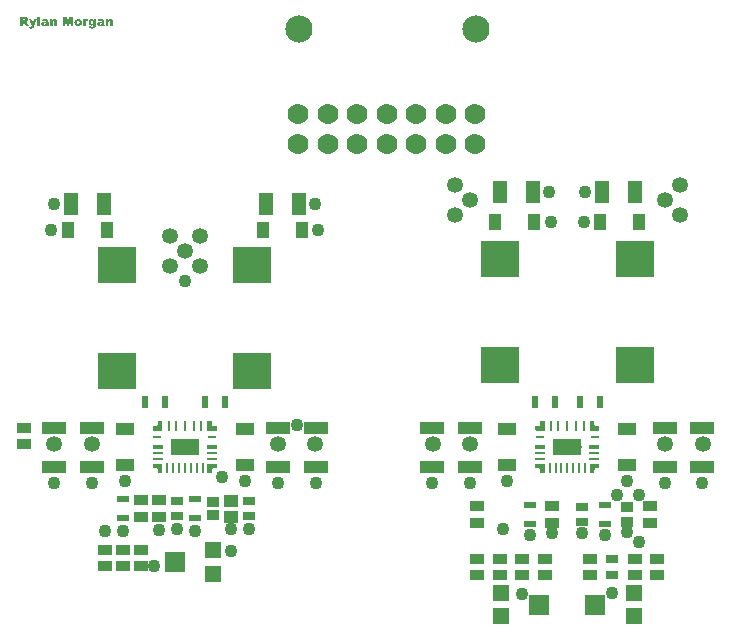
<source format=gbr>
%TF.GenerationSoftware,Altium Limited,Altium Designer,24.1.2 (44)*%
G04 Layer_Color=8388736*
%FSLAX45Y45*%
%MOMM*%
%TF.SameCoordinates,52D7BD39-7FF0-4AB0-A2C0-E3239692A872*%
%TF.FilePolarity,Negative*%
%TF.FileFunction,Soldermask,Top*%
%TF.Part,Single*%
G01*
G75*
%TA.AperFunction,SMDPad,CuDef*%
G04:AMPARAMS|DCode=13|XSize=0.8mm|YSize=0.25mm|CornerRadius=0.05mm|HoleSize=0mm|Usage=FLASHONLY|Rotation=270.000|XOffset=0mm|YOffset=0mm|HoleType=Round|Shape=RoundedRectangle|*
%AMROUNDEDRECTD13*
21,1,0.80000,0.15000,0,0,270.0*
21,1,0.70000,0.25000,0,0,270.0*
1,1,0.10000,-0.07500,-0.35000*
1,1,0.10000,-0.07500,0.35000*
1,1,0.10000,0.07500,0.35000*
1,1,0.10000,0.07500,-0.35000*
%
%ADD13ROUNDEDRECTD13*%
%ADD14R,1.10000X1.35000*%
%ADD16R,1.00620X0.55620*%
%ADD17R,3.25100X3.12400*%
%ADD18R,1.60000X1.00000*%
G04:AMPARAMS|DCode=21|XSize=1.4mm|YSize=2.4mm|CornerRadius=0.049mm|HoleSize=0mm|Usage=FLASHONLY|Rotation=270.000|XOffset=0mm|YOffset=0mm|HoleType=Round|Shape=RoundedRectangle|*
%AMROUNDEDRECTD21*
21,1,1.40000,2.30200,0,0,270.0*
21,1,1.30200,2.40000,0,0,270.0*
1,1,0.09800,-1.15100,-0.65100*
1,1,0.09800,-1.15100,0.65100*
1,1,0.09800,1.15100,0.65100*
1,1,0.09800,1.15100,-0.65100*
%
%ADD21ROUNDEDRECTD21*%
G04:AMPARAMS|DCode=22|XSize=0.4mm|YSize=0.8mm|CornerRadius=0.05mm|HoleSize=0mm|Usage=FLASHONLY|Rotation=270.000|XOffset=0mm|YOffset=0mm|HoleType=Round|Shape=RoundedRectangle|*
%AMROUNDEDRECTD22*
21,1,0.40000,0.70000,0,0,270.0*
21,1,0.30000,0.80000,0,0,270.0*
1,1,0.10000,-0.35000,-0.15000*
1,1,0.10000,-0.35000,0.15000*
1,1,0.10000,0.35000,0.15000*
1,1,0.10000,0.35000,-0.15000*
%
%ADD22ROUNDEDRECTD22*%
G04:AMPARAMS|DCode=23|XSize=0.25mm|YSize=0.8mm|CornerRadius=0.05mm|HoleSize=0mm|Usage=FLASHONLY|Rotation=270.000|XOffset=0mm|YOffset=0mm|HoleType=Round|Shape=RoundedRectangle|*
%AMROUNDEDRECTD23*
21,1,0.25000,0.70000,0,0,270.0*
21,1,0.15000,0.80000,0,0,270.0*
1,1,0.10000,-0.35000,-0.07500*
1,1,0.10000,-0.35000,0.07500*
1,1,0.10000,0.35000,0.07500*
1,1,0.10000,0.35000,-0.07500*
%
%ADD23ROUNDEDRECTD23*%
%ADD24R,2.05000X1.10000*%
%ADD26C,0.45000*%
G04:AMPARAMS|DCode=27|XSize=0.25mm|YSize=0.75mm|CornerRadius=0.05mm|HoleSize=0mm|Usage=FLASHONLY|Rotation=270.000|XOffset=0mm|YOffset=0mm|HoleType=Round|Shape=RoundedRectangle|*
%AMROUNDEDRECTD27*
21,1,0.25000,0.65000,0,0,270.0*
21,1,0.15000,0.75000,0,0,270.0*
1,1,0.10000,-0.32500,-0.07500*
1,1,0.10000,-0.32500,0.07500*
1,1,0.10000,0.32500,0.07500*
1,1,0.10000,0.32500,-0.07500*
%
%ADD27ROUNDEDRECTD27*%
%ADD28R,0.55620X1.00620*%
%TA.AperFunction,ViaPad*%
%ADD36C,0.50000*%
%TA.AperFunction,SMDPad,CuDef*%
%ADD49R,1.16840X0.86360*%
%ADD50R,1.40320X1.40320*%
%ADD51R,1.70320X1.80320*%
%ADD52R,1.15320X1.90320*%
%ADD53R,1.15320X1.05320*%
%ADD54R,1.00320X0.80320*%
%ADD55R,1.05320X0.90320*%
%TA.AperFunction,ComponentPad*%
%ADD56C,1.76320*%
%ADD57C,2.30320*%
%TA.AperFunction,ViaPad*%
%ADD58C,1.09220*%
%ADD59C,1.34620*%
G36*
X10549217Y11053422D02*
X10549925Y11053321D01*
X10550835Y11053220D01*
X10552755Y11052816D01*
X10554979Y11052209D01*
X10557305Y11051299D01*
X10558518Y11050693D01*
X10559630Y11049985D01*
X10560641Y11049075D01*
X10561651Y11048165D01*
X10561753Y11048064D01*
X10561854Y11047963D01*
X10562157Y11047660D01*
X10562460Y11047154D01*
X10562865Y11046649D01*
X10563269Y11045941D01*
X10563673Y11045133D01*
X10564179Y11044122D01*
X10564684Y11043111D01*
X10565089Y11041898D01*
X10565493Y11040482D01*
X10565897Y11039067D01*
X10566201Y11037450D01*
X10566504Y11035731D01*
X10566605Y11033810D01*
X10566706Y11031788D01*
Y10996305D01*
X10545173D01*
Y11027037D01*
Y11027138D01*
Y11027239D01*
Y11027947D01*
X10545072Y11028857D01*
X10544971Y11029969D01*
X10544668Y11031182D01*
X10544365Y11032395D01*
X10543859Y11033608D01*
X10543152Y11034518D01*
X10543051Y11034619D01*
X10542848Y11034821D01*
X10542343Y11035226D01*
X10541736Y11035630D01*
X10540928Y11036034D01*
X10540018Y11036439D01*
X10538906Y11036641D01*
X10537693Y11036742D01*
X10537086D01*
X10536277Y11036540D01*
X10535469Y11036338D01*
X10534458Y11036034D01*
X10533346Y11035428D01*
X10532335Y11034720D01*
X10531324Y11033709D01*
X10531223Y11033608D01*
X10530920Y11033103D01*
X10530616Y11032395D01*
X10530212Y11031283D01*
X10529706Y11029868D01*
X10529403Y11028048D01*
X10529201Y11026936D01*
X10529100Y11025723D01*
X10528999Y11024510D01*
Y11023095D01*
Y10996305D01*
X10507567D01*
Y11052209D01*
X10527482D01*
Y11043111D01*
X10527583Y11043212D01*
X10527685Y11043313D01*
X10527887Y11043616D01*
X10528291Y11044021D01*
X10529100Y11045032D01*
X10530313Y11046245D01*
X10531627Y11047458D01*
X10533144Y11048873D01*
X10534761Y11050086D01*
X10536480Y11051097D01*
X10536581D01*
X10536682Y11051198D01*
X10537288Y11051501D01*
X10538299Y11051906D01*
X10539613Y11052310D01*
X10541231Y11052714D01*
X10543152Y11053119D01*
X10545376Y11053422D01*
X10547701Y11053523D01*
X10548510D01*
X10549217Y11053422D01*
D02*
G37*
G36*
X10351582Y11053321D02*
X10352896Y11053119D01*
X10354413Y11052816D01*
X10356131Y11052209D01*
X10358153Y11051501D01*
X10360175Y11050490D01*
X10353503Y11035226D01*
X10353301Y11035327D01*
X10352896Y11035529D01*
X10352189Y11035731D01*
X10351380Y11036034D01*
X10350369Y11036338D01*
X10349459Y11036641D01*
X10348448Y11036742D01*
X10347539Y11036843D01*
X10347336D01*
X10346831Y11036742D01*
X10346123Y11036641D01*
X10345112Y11036439D01*
X10344101Y11035933D01*
X10342989Y11035327D01*
X10341877Y11034518D01*
X10340968Y11033305D01*
Y11033204D01*
X10340867Y11033103D01*
X10340664Y11032799D01*
X10340462Y11032294D01*
X10340260Y11031788D01*
X10339957Y11031081D01*
X10339653Y11030171D01*
X10339350Y11029160D01*
X10339047Y11028048D01*
X10338744Y11026734D01*
X10338440Y11025217D01*
X10338238Y11023499D01*
X10338036Y11021679D01*
X10337834Y11019657D01*
X10337733Y11017433D01*
Y11015007D01*
Y10996305D01*
X10316200D01*
Y11052209D01*
X10336216D01*
Y11043111D01*
X10336317Y11043313D01*
X10336520Y11043616D01*
X10336722Y11044021D01*
X10337328Y11045032D01*
X10338036Y11046245D01*
X10338946Y11047660D01*
X10339957Y11048974D01*
X10341069Y11050187D01*
X10342181Y11051198D01*
X10342282Y11051299D01*
X10342686Y11051602D01*
X10343394Y11051906D01*
X10344304Y11052411D01*
X10345416Y11052816D01*
X10346629Y11053119D01*
X10348145Y11053422D01*
X10349763Y11053523D01*
X10350571D01*
X10351582Y11053321D01*
D02*
G37*
G36*
X10076107Y11053422D02*
X10076814Y11053321D01*
X10077724Y11053220D01*
X10079645Y11052816D01*
X10081869Y11052209D01*
X10084194Y11051299D01*
X10085407Y11050693D01*
X10086519Y11049985D01*
X10087530Y11049075D01*
X10088541Y11048165D01*
X10088642Y11048064D01*
X10088743Y11047963D01*
X10089046Y11047660D01*
X10089350Y11047154D01*
X10089754Y11046649D01*
X10090158Y11045941D01*
X10090563Y11045133D01*
X10091068Y11044122D01*
X10091574Y11043111D01*
X10091978Y11041898D01*
X10092382Y11040482D01*
X10092787Y11039067D01*
X10093090Y11037450D01*
X10093393Y11035731D01*
X10093494Y11033810D01*
X10093596Y11031788D01*
Y10996305D01*
X10072063D01*
Y11027037D01*
Y11027138D01*
Y11027239D01*
Y11027947D01*
X10071962Y11028857D01*
X10071861Y11029969D01*
X10071557Y11031182D01*
X10071254Y11032395D01*
X10070749Y11033608D01*
X10070041Y11034518D01*
X10069940Y11034619D01*
X10069738Y11034821D01*
X10069232Y11035226D01*
X10068626Y11035630D01*
X10067817Y11036034D01*
X10066907Y11036439D01*
X10065795Y11036641D01*
X10064582Y11036742D01*
X10063976D01*
X10063167Y11036540D01*
X10062358Y11036338D01*
X10061347Y11036034D01*
X10060235Y11035428D01*
X10059224Y11034720D01*
X10058213Y11033709D01*
X10058112Y11033608D01*
X10057809Y11033103D01*
X10057506Y11032395D01*
X10057101Y11031283D01*
X10056596Y11029868D01*
X10056293Y11028048D01*
X10056090Y11026936D01*
X10055989Y11025723D01*
X10055888Y11024510D01*
Y11023095D01*
Y10996305D01*
X10034457D01*
Y11052209D01*
X10054372D01*
Y11043111D01*
X10054473Y11043212D01*
X10054574Y11043313D01*
X10054776Y11043616D01*
X10055181Y11044021D01*
X10055989Y11045032D01*
X10057202Y11046245D01*
X10058517Y11047458D01*
X10060033Y11048873D01*
X10061650Y11050086D01*
X10063369Y11051097D01*
X10063470D01*
X10063571Y11051198D01*
X10064178Y11051501D01*
X10065189Y11051906D01*
X10066503Y11052310D01*
X10068120Y11052714D01*
X10070041Y11053119D01*
X10072265Y11053422D01*
X10074590Y11053523D01*
X10075399D01*
X10076107Y11053422D01*
D02*
G37*
G36*
X10230373Y10996305D02*
X10210862D01*
Y11055141D01*
X10195698Y10996305D01*
X10178007D01*
X10163046Y11055141D01*
Y10996305D01*
X10143535D01*
Y11073539D01*
X10174873D01*
X10187005Y11026532D01*
X10199034Y11073539D01*
X10230373D01*
Y10996305D01*
D02*
G37*
G36*
X9898387Y10992464D02*
Y10992363D01*
X9898185Y10992059D01*
X9897982Y10991554D01*
X9897780Y10990846D01*
X9897376Y10990037D01*
X9896972Y10989027D01*
X9896062Y10987005D01*
X9894849Y10984680D01*
X9893534Y10982354D01*
X9892928Y10981344D01*
X9892119Y10980333D01*
X9891412Y10979423D01*
X9890704Y10978715D01*
X9890603Y10978614D01*
X9890401Y10978513D01*
X9890097Y10978210D01*
X9889693Y10977906D01*
X9889086Y10977502D01*
X9888379Y10977098D01*
X9887469Y10976693D01*
X9886458Y10976188D01*
X9885346Y10975682D01*
X9884133Y10975278D01*
X9882718Y10974874D01*
X9881201Y10974469D01*
X9879483Y10974166D01*
X9877764Y10973863D01*
X9875843Y10973762D01*
X9873720Y10973661D01*
X9872305D01*
X9871699Y10973762D01*
X9870991D01*
X9870182Y10973863D01*
X9869272D01*
X9868160Y10973964D01*
X9867048Y10974065D01*
X9865734Y10974267D01*
X9864319Y10974368D01*
X9862802Y10974570D01*
X9861084Y10974773D01*
X9859365Y10974975D01*
X9857748Y10989936D01*
X9857849D01*
X9857950Y10989835D01*
X9858557Y10989734D01*
X9859466Y10989431D01*
X9860781Y10989229D01*
X9862196Y10988925D01*
X9864016Y10988622D01*
X9865936Y10988521D01*
X9867958Y10988420D01*
X9868565D01*
X9869272Y10988521D01*
X9870182Y10988622D01*
X9871193Y10988824D01*
X9872204Y10989229D01*
X9873215Y10989633D01*
X9874125Y10990240D01*
X9874226Y10990341D01*
X9874529Y10990543D01*
X9874934Y10991048D01*
X9875540Y10991655D01*
X9876147Y10992464D01*
X9876753Y10993576D01*
X9877461Y10994789D01*
X9878067Y10996305D01*
X9854614Y11052209D01*
X9877158D01*
X9888783Y11014906D01*
X9899499Y11052209D01*
X9920627D01*
X9898387Y10992464D01*
D02*
G37*
G36*
X10467029Y11053422D02*
X10469253D01*
X10471680Y11053220D01*
X10474308Y11053018D01*
X10476835Y11052816D01*
X10479160Y11052411D01*
X10479261D01*
X10479464Y11052310D01*
X10479767D01*
X10480171Y11052209D01*
X10481182Y11051906D01*
X10482598Y11051400D01*
X10484114Y11050794D01*
X10485731Y11049985D01*
X10487349Y11049075D01*
X10488865Y11047862D01*
X10488966Y11047761D01*
X10489371Y11047458D01*
X10489775Y11046851D01*
X10490483Y11046144D01*
X10491089Y11045234D01*
X10491898Y11044021D01*
X10492606Y11042706D01*
X10493212Y11041190D01*
X10493313Y11040988D01*
X10493515Y11040482D01*
X10493718Y11039573D01*
X10494021Y11038562D01*
X10494324Y11037247D01*
X10494627Y11035832D01*
X10494729Y11034417D01*
X10494830Y11032900D01*
Y11008133D01*
Y11007931D01*
Y11007526D01*
Y11006819D01*
X10494931Y11005909D01*
Y11004898D01*
X10495032Y11003887D01*
X10495133Y11002876D01*
X10495234Y11001966D01*
Y11001865D01*
X10495335Y11001562D01*
X10495537Y11001056D01*
X10495739Y11000450D01*
X10496043Y10999641D01*
X10496346Y10998630D01*
X10496851Y10997518D01*
X10497458Y10996305D01*
X10477341D01*
Y10996406D01*
X10477139Y10996608D01*
X10476936Y10997013D01*
X10476734Y10997518D01*
X10476128Y10998529D01*
X10475723Y10999540D01*
Y10999641D01*
Y10999742D01*
X10475622Y11000046D01*
X10475521Y11000450D01*
X10475420Y11000854D01*
X10475319Y11001461D01*
X10475117Y11002270D01*
X10475016Y11003078D01*
X10474813Y11002876D01*
X10474308Y11002472D01*
X10473499Y11001663D01*
X10472387Y11000854D01*
X10471174Y10999944D01*
X10469759Y10998934D01*
X10468242Y10998024D01*
X10466625Y10997316D01*
X10466524D01*
X10466322Y10997215D01*
X10466018Y10997114D01*
X10465614Y10996912D01*
X10465109Y10996811D01*
X10464401Y10996608D01*
X10462885Y10996204D01*
X10460863Y10995699D01*
X10458639Y10995395D01*
X10456111Y10995092D01*
X10453382Y10994991D01*
X10452472D01*
X10451764Y10995092D01*
X10450956D01*
X10449945Y10995193D01*
X10448833Y10995395D01*
X10447721Y10995598D01*
X10445295Y10996103D01*
X10442767Y10996912D01*
X10440341Y10998024D01*
X10439229Y10998731D01*
X10438218Y10999540D01*
X10438117Y10999641D01*
X10438016Y10999742D01*
X10437713Y11000046D01*
X10437409Y11000349D01*
X10436601Y11001360D01*
X10435691Y11002775D01*
X10434680Y11004393D01*
X10433871Y11006414D01*
X10433265Y11008638D01*
X10433164Y11009851D01*
X10433062Y11011065D01*
Y11011166D01*
Y11011368D01*
Y11011671D01*
X10433164Y11012177D01*
X10433265Y11013289D01*
X10433568Y11014805D01*
X10433972Y11016422D01*
X10434680Y11018141D01*
X10435590Y11019961D01*
X10436803Y11021578D01*
X10437005Y11021780D01*
X10437207Y11021983D01*
X10437510Y11022286D01*
X10438016Y11022589D01*
X10438521Y11022993D01*
X10439128Y11023398D01*
X10439937Y11023903D01*
X10440847Y11024409D01*
X10441756Y11024914D01*
X10442969Y11025420D01*
X10444183Y11025925D01*
X10445598Y11026329D01*
X10447114Y11026835D01*
X10448732Y11027239D01*
X10450551Y11027644D01*
X10450652D01*
X10451057Y11027745D01*
X10451663Y11027846D01*
X10452472Y11028048D01*
X10453483Y11028250D01*
X10454595Y11028452D01*
X10455808Y11028756D01*
X10457021Y11028958D01*
X10459751Y11029564D01*
X10462278Y11030171D01*
X10463491Y11030373D01*
X10464502Y11030676D01*
X10465513Y11030879D01*
X10466221Y11031081D01*
X10466423D01*
X10466827Y11031283D01*
X10467636Y11031485D01*
X10468546Y11031788D01*
X10469658Y11032193D01*
X10470972Y11032597D01*
X10472387Y11033103D01*
X10473904Y11033709D01*
Y11033911D01*
Y11034316D01*
X10473803Y11035023D01*
X10473701Y11035832D01*
X10473499Y11036742D01*
X10473196Y11037652D01*
X10472792Y11038461D01*
X10472185Y11039168D01*
X10472084Y11039269D01*
X10471882Y11039471D01*
X10471477Y11039674D01*
X10470871Y11039977D01*
X10470062Y11040280D01*
X10469152Y11040583D01*
X10467939Y11040685D01*
X10466524Y11040786D01*
X10465614D01*
X10464704Y11040685D01*
X10463491Y11040583D01*
X10462177Y11040381D01*
X10460863Y11040078D01*
X10459650Y11039674D01*
X10458538Y11039067D01*
X10458437Y11038966D01*
X10458234Y11038764D01*
X10457830Y11038461D01*
X10457426Y11037955D01*
X10456819Y11037349D01*
X10456314Y11036439D01*
X10455808Y11035428D01*
X10455303Y11034215D01*
X10434781Y11036338D01*
Y11036439D01*
X10434882Y11036540D01*
Y11036843D01*
X10434983Y11037247D01*
X10435286Y11038157D01*
X10435590Y11039370D01*
X10436095Y11040786D01*
X10436601Y11042100D01*
X10437308Y11043515D01*
X10438016Y11044728D01*
X10438117Y11044829D01*
X10438420Y11045234D01*
X10438926Y11045840D01*
X10439633Y11046548D01*
X10440543Y11047357D01*
X10441655Y11048266D01*
X10442969Y11049176D01*
X10444385Y11050086D01*
X10444486Y11050187D01*
X10444890Y11050389D01*
X10445598Y11050693D01*
X10446508Y11050996D01*
X10447620Y11051400D01*
X10449035Y11051805D01*
X10450652Y11052209D01*
X10452472Y11052613D01*
X10452674D01*
X10452978Y11052714D01*
X10453382D01*
X10454393Y11052917D01*
X10455808Y11053119D01*
X10457527Y11053220D01*
X10459346Y11053422D01*
X10461469Y11053523D01*
X10466120D01*
X10467029Y11053422D01*
D02*
G37*
G36*
X9993919D02*
X9996143D01*
X9998569Y11053220D01*
X10001197Y11053018D01*
X10003725Y11052816D01*
X10006050Y11052411D01*
X10006151D01*
X10006353Y11052310D01*
X10006656D01*
X10007061Y11052209D01*
X10008072Y11051906D01*
X10009487Y11051400D01*
X10011003Y11050794D01*
X10012621Y11049985D01*
X10014238Y11049075D01*
X10015755Y11047862D01*
X10015856Y11047761D01*
X10016260Y11047458D01*
X10016664Y11046851D01*
X10017372Y11046144D01*
X10017979Y11045234D01*
X10018787Y11044021D01*
X10019495Y11042706D01*
X10020102Y11041190D01*
X10020203Y11040988D01*
X10020405Y11040482D01*
X10020607Y11039573D01*
X10020910Y11038562D01*
X10021214Y11037247D01*
X10021517Y11035832D01*
X10021618Y11034417D01*
X10021719Y11032900D01*
Y11008133D01*
Y11007931D01*
Y11007526D01*
Y11006819D01*
X10021820Y11005909D01*
Y11004898D01*
X10021921Y11003887D01*
X10022022Y11002876D01*
X10022123Y11001966D01*
Y11001865D01*
X10022225Y11001562D01*
X10022427Y11001056D01*
X10022629Y11000450D01*
X10022932Y10999641D01*
X10023235Y10998630D01*
X10023741Y10997518D01*
X10024347Y10996305D01*
X10004230D01*
Y10996406D01*
X10004028Y10996608D01*
X10003826Y10997013D01*
X10003624Y10997518D01*
X10003017Y10998529D01*
X10002613Y10999540D01*
Y10999641D01*
Y10999742D01*
X10002512Y11000046D01*
X10002411Y11000450D01*
X10002309Y11000854D01*
X10002208Y11001461D01*
X10002006Y11002270D01*
X10001905Y11003078D01*
X10001703Y11002876D01*
X10001197Y11002472D01*
X10000389Y11001663D01*
X9999277Y11000854D01*
X9998064Y10999944D01*
X9996648Y10998934D01*
X9995132Y10998024D01*
X9993514Y10997316D01*
X9993413D01*
X9993211Y10997215D01*
X9992908Y10997114D01*
X9992504Y10996912D01*
X9991998Y10996811D01*
X9991290Y10996608D01*
X9989774Y10996204D01*
X9987752Y10995699D01*
X9985528Y10995395D01*
X9983001Y10995092D01*
X9980271Y10994991D01*
X9979362D01*
X9978654Y10995092D01*
X9977845D01*
X9976834Y10995193D01*
X9975722Y10995395D01*
X9974610Y10995598D01*
X9972184Y10996103D01*
X9969657Y10996912D01*
X9967231Y10998024D01*
X9966118Y10998731D01*
X9965108Y10999540D01*
X9965006Y10999641D01*
X9964905Y10999742D01*
X9964602Y11000046D01*
X9964299Y11000349D01*
X9963490Y11001360D01*
X9962580Y11002775D01*
X9961569Y11004393D01*
X9960761Y11006414D01*
X9960154Y11008638D01*
X9960053Y11009851D01*
X9959952Y11011065D01*
Y11011166D01*
Y11011368D01*
Y11011671D01*
X9960053Y11012177D01*
X9960154Y11013289D01*
X9960457Y11014805D01*
X9960862Y11016422D01*
X9961569Y11018141D01*
X9962479Y11019961D01*
X9963692Y11021578D01*
X9963894Y11021780D01*
X9964097Y11021983D01*
X9964400Y11022286D01*
X9964905Y11022589D01*
X9965411Y11022993D01*
X9966017Y11023398D01*
X9966826Y11023903D01*
X9967736Y11024409D01*
X9968646Y11024914D01*
X9969859Y11025420D01*
X9971072Y11025925D01*
X9972487Y11026329D01*
X9974004Y11026835D01*
X9975621Y11027239D01*
X9977441Y11027644D01*
X9977542D01*
X9977946Y11027745D01*
X9978553Y11027846D01*
X9979362Y11028048D01*
X9980372Y11028250D01*
X9981484Y11028452D01*
X9982698Y11028756D01*
X9983911Y11028958D01*
X9986640Y11029564D01*
X9989167Y11030171D01*
X9990381Y11030373D01*
X9991391Y11030676D01*
X9992402Y11030879D01*
X9993110Y11031081D01*
X9993312D01*
X9993717Y11031283D01*
X9994525Y11031485D01*
X9995435Y11031788D01*
X9996547Y11032193D01*
X9997861Y11032597D01*
X9999277Y11033103D01*
X10000793Y11033709D01*
Y11033911D01*
Y11034316D01*
X10000692Y11035023D01*
X10000591Y11035832D01*
X10000389Y11036742D01*
X10000085Y11037652D01*
X9999681Y11038461D01*
X9999074Y11039168D01*
X9998973Y11039269D01*
X9998771Y11039471D01*
X9998367Y11039674D01*
X9997760Y11039977D01*
X9996952Y11040280D01*
X9996042Y11040583D01*
X9994829Y11040685D01*
X9993413Y11040786D01*
X9992504D01*
X9991594Y11040685D01*
X9990381Y11040583D01*
X9989066Y11040381D01*
X9987752Y11040078D01*
X9986539Y11039674D01*
X9985427Y11039067D01*
X9985326Y11038966D01*
X9985124Y11038764D01*
X9984719Y11038461D01*
X9984315Y11037955D01*
X9983709Y11037349D01*
X9983203Y11036439D01*
X9982698Y11035428D01*
X9982192Y11034215D01*
X9961670Y11036338D01*
Y11036439D01*
X9961772Y11036540D01*
Y11036843D01*
X9961873Y11037247D01*
X9962176Y11038157D01*
X9962479Y11039370D01*
X9962985Y11040786D01*
X9963490Y11042100D01*
X9964198Y11043515D01*
X9964905Y11044728D01*
X9965006Y11044829D01*
X9965310Y11045234D01*
X9965815Y11045840D01*
X9966523Y11046548D01*
X9967433Y11047357D01*
X9968545Y11048266D01*
X9969859Y11049176D01*
X9971274Y11050086D01*
X9971375Y11050187D01*
X9971780Y11050389D01*
X9972487Y11050693D01*
X9973397Y11050996D01*
X9974509Y11051400D01*
X9975924Y11051805D01*
X9977542Y11052209D01*
X9979362Y11052613D01*
X9979564D01*
X9979867Y11052714D01*
X9980271D01*
X9981282Y11052917D01*
X9982698Y11053119D01*
X9984416Y11053220D01*
X9986236Y11053422D01*
X9988359Y11053523D01*
X9993009D01*
X9993919Y11053422D01*
D02*
G37*
G36*
X9948933Y10996305D02*
X9927400D01*
Y11073539D01*
X9948933D01*
Y10996305D01*
D02*
G37*
G36*
X9821153Y11073438D02*
X9822265D01*
X9823478Y11073337D01*
X9824691D01*
X9827420Y11073034D01*
X9830251Y11072731D01*
X9832980Y11072225D01*
X9834295Y11071922D01*
X9835407Y11071619D01*
X9835508D01*
X9835710Y11071518D01*
X9836013Y11071417D01*
X9836417Y11071214D01*
X9837428Y11070709D01*
X9838743Y11070001D01*
X9840259Y11069091D01*
X9841876Y11067777D01*
X9843393Y11066362D01*
X9844808Y11064542D01*
Y11064441D01*
X9845010Y11064340D01*
X9845111Y11064037D01*
X9845415Y11063632D01*
X9845617Y11063127D01*
X9845920Y11062520D01*
X9846628Y11061004D01*
X9847335Y11059184D01*
X9847841Y11057061D01*
X9848245Y11054635D01*
X9848447Y11052007D01*
Y11051906D01*
Y11051704D01*
Y11051400D01*
Y11050895D01*
X9848346Y11050389D01*
Y11049783D01*
X9848144Y11048266D01*
X9847740Y11046447D01*
X9847234Y11044627D01*
X9846527Y11042706D01*
X9845617Y11040887D01*
X9845516Y11040685D01*
X9845111Y11040078D01*
X9844505Y11039269D01*
X9843696Y11038258D01*
X9842584Y11037045D01*
X9841270Y11035731D01*
X9839753Y11034518D01*
X9838035Y11033406D01*
X9837934Y11033305D01*
X9837529Y11033103D01*
X9836822Y11032799D01*
X9835811Y11032395D01*
X9834699Y11031890D01*
X9833183Y11031384D01*
X9831565Y11030879D01*
X9829644Y11030373D01*
X9829846Y11030272D01*
X9830352Y11030070D01*
X9831060Y11029868D01*
X9832071Y11029463D01*
X9834092Y11028452D01*
X9835103Y11027947D01*
X9835912Y11027441D01*
X9836013D01*
X9836114Y11027239D01*
X9836417Y11027037D01*
X9836923Y11026633D01*
X9837428Y11026026D01*
X9838035Y11025319D01*
X9838844Y11024510D01*
X9839652Y11023398D01*
X9839753Y11023297D01*
X9840057Y11022892D01*
X9840461Y11022286D01*
X9841068Y11021578D01*
X9842180Y11020062D01*
X9842584Y11019253D01*
X9842988Y11018545D01*
X9854715Y10996305D01*
X9827724D01*
X9814885Y11019860D01*
Y11019961D01*
X9814784Y11020062D01*
X9814480Y11020567D01*
X9813975Y11021376D01*
X9813470Y11022286D01*
X9812762Y11023297D01*
X9812054Y11024308D01*
X9811246Y11025116D01*
X9810538Y11025824D01*
X9810437Y11025925D01*
X9810134Y11026127D01*
X9809527Y11026431D01*
X9808819Y11026734D01*
X9808011Y11027037D01*
X9807000Y11027340D01*
X9805888Y11027543D01*
X9804675Y11027644D01*
X9802653D01*
Y10996305D01*
X9778694D01*
Y11073539D01*
X9820243D01*
X9821153Y11073438D01*
D02*
G37*
G36*
X10275056Y11053422D02*
X10276168D01*
X10277583Y11053220D01*
X10279200Y11053018D01*
X10281020Y11052714D01*
X10282941Y11052310D01*
X10284963Y11051805D01*
X10286985Y11051097D01*
X10289107Y11050389D01*
X10291230Y11049378D01*
X10293252Y11048266D01*
X10295274Y11046952D01*
X10297094Y11045436D01*
X10298812Y11043717D01*
X10298913Y11043616D01*
X10299116Y11043313D01*
X10299419Y11042909D01*
X10299924Y11042302D01*
X10300430Y11041493D01*
X10301036Y11040583D01*
X10301643Y11039573D01*
X10302350Y11038359D01*
X10302957Y11037045D01*
X10303564Y11035529D01*
X10304170Y11033911D01*
X10304676Y11032294D01*
X10305181Y11030474D01*
X10305484Y11028554D01*
X10305687Y11026532D01*
X10305788Y11024409D01*
Y11024308D01*
Y11023802D01*
X10305687Y11023196D01*
Y11022286D01*
X10305484Y11021174D01*
X10305383Y11019860D01*
X10305080Y11018444D01*
X10304676Y11016928D01*
X10304271Y11015209D01*
X10303665Y11013592D01*
X10302957Y11011772D01*
X10302148Y11009953D01*
X10301137Y11008234D01*
X10300025Y11006515D01*
X10298711Y11004797D01*
X10297195Y11003179D01*
X10297094Y11003078D01*
X10296790Y11002876D01*
X10296285Y11002472D01*
X10295577Y11001865D01*
X10294769Y11001259D01*
X10293657Y11000551D01*
X10292443Y10999843D01*
X10291028Y10999136D01*
X10289411Y10998327D01*
X10287591Y10997619D01*
X10285670Y10996912D01*
X10283547Y10996305D01*
X10281222Y10995800D01*
X10278796Y10995395D01*
X10276168Y10995092D01*
X10273438Y10994991D01*
X10272124D01*
X10271214Y10995092D01*
X10270102Y10995193D01*
X10268788Y10995395D01*
X10267272Y10995598D01*
X10265654Y10995800D01*
X10262217Y10996608D01*
X10260397Y10997215D01*
X10258578Y10997822D01*
X10256758Y10998630D01*
X10255039Y10999540D01*
X10253321Y11000551D01*
X10251703Y11001764D01*
X10251602Y11001865D01*
X10251299Y11002168D01*
X10250794Y11002674D01*
X10250086Y11003281D01*
X10249378Y11004190D01*
X10248468Y11005201D01*
X10247559Y11006414D01*
X10246649Y11007729D01*
X10245638Y11009245D01*
X10244728Y11010963D01*
X10243818Y11012783D01*
X10243111Y11014704D01*
X10242403Y11016827D01*
X10241897Y11019152D01*
X10241594Y11021477D01*
X10241493Y11024004D01*
Y11024105D01*
Y11024611D01*
X10241594Y11025217D01*
Y11026127D01*
X10241796Y11027239D01*
X10241999Y11028554D01*
X10242201Y11029969D01*
X10242605Y11031485D01*
X10243009Y11033103D01*
X10243616Y11034821D01*
X10244324Y11036540D01*
X10245132Y11038359D01*
X10246143Y11040078D01*
X10247255Y11041898D01*
X10248570Y11043515D01*
X10250086Y11045133D01*
X10250187Y11045234D01*
X10250490Y11045537D01*
X10250996Y11045941D01*
X10251703Y11046447D01*
X10252512Y11047053D01*
X10253624Y11047761D01*
X10254837Y11048570D01*
X10256253Y11049378D01*
X10257769Y11050086D01*
X10259589Y11050895D01*
X10261509Y11051602D01*
X10263531Y11052209D01*
X10265755Y11052714D01*
X10268181Y11053119D01*
X10270709Y11053422D01*
X10273438Y11053523D01*
X10274146D01*
X10275056Y11053422D01*
D02*
G37*
G36*
X10386257D02*
X10387773Y11053220D01*
X10389492Y11053018D01*
X10391311Y11052613D01*
X10393030Y11052007D01*
X10394749Y11051299D01*
X10394951Y11051198D01*
X10395456Y11050895D01*
X10396265Y11050288D01*
X10397377Y11049581D01*
X10398590Y11048570D01*
X10399904Y11047256D01*
X10401320Y11045739D01*
X10402735Y11043919D01*
Y11052209D01*
X10422852D01*
Y10999439D01*
Y10996912D01*
Y10996811D01*
Y10996710D01*
Y10996406D01*
Y10996002D01*
X10422751Y10994991D01*
X10422549Y10993778D01*
X10422347Y10992261D01*
X10421942Y10990543D01*
X10421336Y10988824D01*
X10420628Y10987005D01*
Y10986904D01*
X10420527Y10986803D01*
X10420224Y10986196D01*
X10419718Y10985387D01*
X10419011Y10984275D01*
X10418202Y10983062D01*
X10417191Y10981748D01*
X10415978Y10980535D01*
X10414664Y10979322D01*
X10414462Y10979221D01*
X10413956Y10978816D01*
X10413147Y10978311D01*
X10412035Y10977704D01*
X10410721Y10976997D01*
X10409104Y10976289D01*
X10407183Y10975682D01*
X10405161Y10975076D01*
X10405060D01*
X10404858Y10974975D01*
X10404555D01*
X10404150Y10974874D01*
X10403645Y10974773D01*
X10402937Y10974671D01*
X10401421Y10974368D01*
X10399500Y10974065D01*
X10397276Y10973863D01*
X10394850Y10973762D01*
X10392120Y10973661D01*
X10390503D01*
X10389391Y10973762D01*
X10387975Y10973863D01*
X10386459Y10973964D01*
X10384740Y10974065D01*
X10382921Y10974267D01*
X10379079Y10974874D01*
X10375238Y10975783D01*
X10373418Y10976390D01*
X10371801Y10977098D01*
X10370284Y10977805D01*
X10368970Y10978715D01*
X10368869Y10978816D01*
X10368667Y10978917D01*
X10368364Y10979221D01*
X10367959Y10979625D01*
X10367555Y10980130D01*
X10366948Y10980737D01*
X10366443Y10981445D01*
X10365836Y10982253D01*
X10364724Y10984174D01*
X10363713Y10986499D01*
X10363309Y10987813D01*
X10363006Y10989128D01*
X10362804Y10990644D01*
X10362702Y10992160D01*
Y10992261D01*
Y10992363D01*
Y10992969D01*
Y10993778D01*
X10362804Y10994991D01*
X10383628Y10992666D01*
Y10992565D01*
X10383730Y10992160D01*
X10383932Y10991756D01*
X10384235Y10991149D01*
X10384943Y10989835D01*
X10385347Y10989229D01*
X10385954Y10988723D01*
X10386055Y10988622D01*
X10386358Y10988521D01*
X10386863Y10988218D01*
X10387571Y10987915D01*
X10388481Y10987611D01*
X10389492Y10987409D01*
X10390604Y10987207D01*
X10391918Y10987106D01*
X10392727D01*
X10393535Y10987207D01*
X10394546Y10987409D01*
X10395658Y10987712D01*
X10396872Y10988218D01*
X10397882Y10988824D01*
X10398893Y10989633D01*
X10398994Y10989734D01*
X10399298Y10990139D01*
X10399601Y10990745D01*
X10400106Y10991655D01*
X10400511Y10992767D01*
X10400814Y10994283D01*
X10401117Y10996002D01*
X10401218Y10998125D01*
Y11006515D01*
X10401117Y11006313D01*
X10400713Y11005909D01*
X10400005Y11005201D01*
X10399197Y11004494D01*
X10398287Y11003584D01*
X10397175Y11002674D01*
X10396063Y11001865D01*
X10394850Y11001158D01*
X10394749D01*
X10394647Y11001056D01*
X10394344Y11000955D01*
X10393940Y11000753D01*
X10393030Y11000349D01*
X10391615Y10999843D01*
X10390098Y10999338D01*
X10388279Y10998934D01*
X10386257Y10998630D01*
X10384134Y10998529D01*
X10383628D01*
X10383022Y10998630D01*
X10382314Y10998731D01*
X10381303Y10998832D01*
X10380191Y10999035D01*
X10378978Y10999338D01*
X10377664Y10999742D01*
X10376249Y11000248D01*
X10374833Y11000955D01*
X10373317Y11001764D01*
X10371801Y11002674D01*
X10370284Y11003786D01*
X10368768Y11005100D01*
X10367353Y11006617D01*
X10366038Y11008335D01*
X10365937Y11008436D01*
X10365836Y11008638D01*
X10365634Y11009043D01*
X10365331Y11009548D01*
X10364926Y11010256D01*
X10364522Y11011166D01*
X10364118Y11012076D01*
X10363612Y11013188D01*
X10363208Y11014502D01*
X10362702Y11015816D01*
X10362298Y11017332D01*
X10361995Y11019051D01*
X10361590Y11020769D01*
X10361388Y11022589D01*
X10361287Y11024611D01*
X10361186Y11026734D01*
Y11026835D01*
Y11027340D01*
Y11027947D01*
X10361287Y11028857D01*
X10361388Y11029969D01*
X10361489Y11031182D01*
X10361691Y11032597D01*
X10361995Y11034114D01*
X10362702Y11037349D01*
X10363208Y11038966D01*
X10363814Y11040685D01*
X10364522Y11042302D01*
X10365432Y11043818D01*
X10366342Y11045335D01*
X10367454Y11046649D01*
X10367555Y11046750D01*
X10367757Y11046952D01*
X10368161Y11047256D01*
X10368566Y11047761D01*
X10369273Y11048266D01*
X10369981Y11048873D01*
X10370891Y11049480D01*
X10371902Y11050086D01*
X10373014Y11050693D01*
X10374328Y11051400D01*
X10375642Y11051906D01*
X10377159Y11052411D01*
X10378675Y11052917D01*
X10380394Y11053220D01*
X10382213Y11053422D01*
X10384033Y11053523D01*
X10385145D01*
X10386257Y11053422D01*
D02*
G37*
G36*
X14639500Y7649500D02*
X14640494D01*
X14642332Y7648739D01*
X14643739Y7647332D01*
X14644501Y7645494D01*
Y7644500D01*
X14644501Y7644500D01*
Y7619500D01*
X14644691Y7617549D01*
X14646185Y7613944D01*
X14648944Y7611185D01*
X14652550Y7609692D01*
X14654500Y7609500D01*
X14679500Y7609500D01*
X14680495D01*
X14682332Y7608738D01*
X14683739Y7607332D01*
X14684500Y7605494D01*
Y7604500D01*
X14684500D01*
X14684500Y7574500D01*
Y7573505D01*
X14683739Y7571668D01*
X14682332Y7570261D01*
X14680495Y7569500D01*
X14679500D01*
X14609500Y7569500D01*
X14608505Y7569500D01*
X14606667Y7570261D01*
X14605261Y7571667D01*
X14604500Y7573505D01*
X14604500Y7574500D01*
X14604500Y7574500D01*
X14604500Y7644500D01*
X14604500Y7645494D01*
X14605261Y7647332D01*
X14606668Y7648739D01*
X14608505Y7649500D01*
X14609500Y7649500D01*
X14609500Y7649500D01*
X14639500Y7649500D01*
D02*
G37*
G36*
X11401000D02*
X11401994D01*
X11403832Y7648739D01*
X11405239Y7647332D01*
X11406000Y7645494D01*
Y7644500D01*
X11406000Y7644500D01*
Y7619500D01*
X11406192Y7617549D01*
X11407685Y7613944D01*
X11410444Y7611185D01*
X11414049Y7609692D01*
X11416000Y7609500D01*
X11441000Y7609500D01*
X11441994D01*
X11443832Y7608738D01*
X11445238Y7607332D01*
X11446000Y7605494D01*
Y7604500D01*
X11446000D01*
X11446000Y7574500D01*
Y7573505D01*
X11445239Y7571668D01*
X11443832Y7570261D01*
X11441995Y7569500D01*
X11441000D01*
X11371000Y7569500D01*
X11370005Y7569500D01*
X11368167Y7570261D01*
X11366761Y7571667D01*
X11366000Y7573505D01*
X11366000Y7574500D01*
X11366000Y7574500D01*
X11366000Y7644500D01*
X11366000Y7645494D01*
X11366761Y7647332D01*
X11368168Y7648739D01*
X11370005Y7649500D01*
X11371000Y7649500D01*
X11371000Y7649500D01*
X11401000Y7649500D01*
D02*
G37*
G36*
X14189500Y7649500D02*
X14219501D01*
Y7649500D01*
X14220494Y7649500D01*
X14222331Y7648739D01*
X14223740Y7647332D01*
X14224500Y7645494D01*
X14224500Y7644500D01*
X14224500Y7574500D01*
X14224500Y7574500D01*
X14224500Y7573505D01*
X14223740Y7571667D01*
X14222331Y7570261D01*
X14220496Y7569500D01*
X14219501Y7569500D01*
X14149500Y7569500D01*
X14148505D01*
X14146667Y7570261D01*
X14145261Y7571668D01*
X14144501Y7573505D01*
Y7574500D01*
Y7604500D01*
Y7605494D01*
X14145261Y7607332D01*
X14146667Y7608739D01*
X14148505Y7609500D01*
X14149500D01*
X14174500Y7609500D01*
X14174500D01*
X14176451Y7609692D01*
X14180057Y7611185D01*
X14182816Y7613944D01*
X14184308Y7617549D01*
X14184500Y7619500D01*
X14184500Y7644500D01*
X14184500Y7645494D01*
X14185262Y7647332D01*
X14186668Y7648739D01*
X14188506Y7649500D01*
X14189500Y7649500D01*
D02*
G37*
G36*
X10951000D02*
X10981000D01*
Y7649500D01*
X10981994Y7649500D01*
X10983832Y7648739D01*
X10985239Y7647332D01*
X10986000Y7645494D01*
X10986000Y7644500D01*
X10986000Y7574500D01*
X10986000Y7574500D01*
X10986000Y7573505D01*
X10985239Y7571667D01*
X10983832Y7570261D01*
X10981995Y7569500D01*
X10981000Y7569500D01*
X10911000Y7569500D01*
X10910005D01*
X10908168Y7570261D01*
X10906761Y7571668D01*
X10906000Y7573505D01*
Y7574500D01*
Y7604500D01*
Y7605494D01*
X10906761Y7607332D01*
X10908168Y7608739D01*
X10910005Y7609500D01*
X10911000D01*
X10936000Y7609500D01*
X10936000D01*
X10937951Y7609692D01*
X10941556Y7611185D01*
X10944315Y7613944D01*
X10945808Y7617549D01*
X10946000Y7619500D01*
X10946000Y7644500D01*
X10946000Y7645494D01*
X10946761Y7647332D01*
X10948168Y7648739D01*
X10950005Y7649500D01*
X10951000Y7649500D01*
D02*
G37*
G36*
X14679500Y7289500D02*
X14680495D01*
X14682332Y7288739D01*
X14683739Y7287332D01*
X14684500Y7285494D01*
Y7284500D01*
X14684500Y7254500D01*
X14684500Y7254500D01*
Y7253505D01*
X14683739Y7251668D01*
X14682332Y7250261D01*
X14680495Y7249500D01*
X14654500D01*
X14654500Y7249500D01*
X14652550Y7249308D01*
X14648944Y7247815D01*
X14646185Y7245056D01*
X14644691Y7241451D01*
X14644501Y7239500D01*
X14644501Y7214500D01*
X14644501D01*
X14644501Y7213505D01*
X14643739Y7211667D01*
X14642332Y7210261D01*
X14640494Y7209500D01*
X14639500Y7209500D01*
X14609500Y7209500D01*
X14609500D01*
X14608505Y7209500D01*
X14606668Y7210261D01*
X14605261Y7211668D01*
X14604500Y7213505D01*
X14604500Y7214500D01*
X14604500Y7284500D01*
X14604500Y7284500D01*
X14604500Y7285494D01*
X14605261Y7287332D01*
X14606667Y7288739D01*
X14608505Y7289500D01*
X14609500Y7289500D01*
X14679500Y7289500D01*
Y7289500D01*
D02*
G37*
G36*
X11441000D02*
X11441995D01*
X11443832Y7288739D01*
X11445239Y7287332D01*
X11446000Y7285494D01*
Y7284500D01*
X11446000Y7254500D01*
X11446000Y7254500D01*
Y7253505D01*
X11445238Y7251668D01*
X11443832Y7250261D01*
X11441994Y7249500D01*
X11416000D01*
X11416000Y7249500D01*
X11414049Y7249308D01*
X11410444Y7247815D01*
X11407685Y7245056D01*
X11406192Y7241451D01*
X11406000Y7239500D01*
X11406000Y7214500D01*
X11406000D01*
X11406000Y7213505D01*
X11405239Y7211667D01*
X11403832Y7210261D01*
X11401994Y7209500D01*
X11401000Y7209500D01*
X11371000Y7209500D01*
X11371000D01*
X11370005Y7209500D01*
X11368168Y7210261D01*
X11366761Y7211668D01*
X11366000Y7213505D01*
X11366000Y7214500D01*
X11366000Y7284500D01*
X11366000Y7284500D01*
X11366000Y7285494D01*
X11366761Y7287332D01*
X11368167Y7288739D01*
X11370005Y7289500D01*
X11371000Y7289500D01*
X11441000Y7289500D01*
Y7289500D01*
D02*
G37*
G36*
X14219501Y7289500D02*
X14220496Y7289500D01*
X14222331Y7288739D01*
X14223740Y7287332D01*
X14224500Y7285494D01*
X14224500Y7284500D01*
X14224500Y7284500D01*
X14224500Y7214500D01*
X14224500Y7213505D01*
X14223740Y7211668D01*
X14222331Y7210261D01*
X14220494Y7209500D01*
X14219501Y7209500D01*
X14189500Y7209500D01*
X14188506Y7209500D01*
X14186668Y7210261D01*
X14185262Y7211667D01*
X14184500Y7213505D01*
X14184500Y7214500D01*
Y7214500D01*
X14184500Y7239500D01*
X14184308Y7241451D01*
X14182816Y7245056D01*
X14180057Y7247815D01*
X14176451Y7249308D01*
X14174500Y7249500D01*
Y7249500D01*
X14148505D01*
X14146667Y7250261D01*
X14145261Y7251668D01*
X14144501Y7253505D01*
Y7254500D01*
Y7254500D01*
Y7284500D01*
Y7285494D01*
X14145261Y7287332D01*
X14146667Y7288739D01*
X14148505Y7289500D01*
X14149500D01*
X14149500Y7289500D01*
X14219501Y7289500D01*
D02*
G37*
G36*
X10981000D02*
X10981995Y7289500D01*
X10983832Y7288739D01*
X10985239Y7287332D01*
X10986000Y7285494D01*
X10986000Y7284500D01*
X10986000Y7284500D01*
X10986000Y7214500D01*
X10986000Y7213505D01*
X10985239Y7211668D01*
X10983832Y7210261D01*
X10981994Y7209500D01*
X10981000Y7209500D01*
X10951000Y7209500D01*
X10950005Y7209500D01*
X10948168Y7210261D01*
X10946761Y7211667D01*
X10946000Y7213505D01*
X10946000Y7214500D01*
Y7214500D01*
X10946000Y7239500D01*
X10945808Y7241451D01*
X10944315Y7245056D01*
X10941556Y7247815D01*
X10937951Y7249308D01*
X10936000Y7249500D01*
Y7249500D01*
X10910005D01*
X10908168Y7250261D01*
X10906761Y7251668D01*
X10906000Y7253505D01*
Y7254500D01*
Y7254500D01*
Y7284500D01*
Y7285494D01*
X10906761Y7287332D01*
X10908168Y7288739D01*
X10910005Y7289500D01*
X10911000D01*
X10911000Y7289500D01*
X10981000Y7289500D01*
D02*
G37*
%LPC*%
G36*
X10473904Y11022892D02*
X10473701Y11022791D01*
X10473095Y11022589D01*
X10472286Y11022286D01*
X10471073Y11021983D01*
X10469658Y11021477D01*
X10468141Y11020972D01*
X10466423Y11020567D01*
X10464603Y11020062D01*
X10464502D01*
X10464300Y11019961D01*
X10463997Y11019860D01*
X10463592Y11019759D01*
X10462480Y11019455D01*
X10461065Y11018950D01*
X10459650Y11018444D01*
X10458335Y11017939D01*
X10457122Y11017231D01*
X10456718Y11016928D01*
X10456314Y11016625D01*
X10456213Y11016524D01*
X10456010Y11016321D01*
X10455808Y11015917D01*
X10455505Y11015513D01*
X10455101Y11014906D01*
X10454898Y11014198D01*
X10454696Y11013491D01*
X10454595Y11012682D01*
Y11012581D01*
Y11012278D01*
X10454696Y11011772D01*
X10454797Y11011166D01*
X10454999Y11010458D01*
X10455303Y11009750D01*
X10455707Y11009043D01*
X10456314Y11008436D01*
X10456415Y11008335D01*
X10456617Y11008234D01*
X10457021Y11007931D01*
X10457628Y11007729D01*
X10458335Y11007425D01*
X10459245Y11007122D01*
X10460256Y11007021D01*
X10461469Y11006920D01*
X10462076D01*
X10462783Y11007021D01*
X10463693Y11007122D01*
X10464704Y11007324D01*
X10465816Y11007627D01*
X10467029Y11008032D01*
X10468141Y11008638D01*
X10468242Y11008739D01*
X10468647Y11008942D01*
X10469253Y11009346D01*
X10469860Y11009851D01*
X10470568Y11010458D01*
X10471376Y11011166D01*
X10471983Y11011974D01*
X10472589Y11012884D01*
X10472691Y11012985D01*
X10472792Y11013390D01*
X10472994Y11013895D01*
X10473297Y11014704D01*
X10473499Y11015614D01*
X10473701Y11016726D01*
X10473803Y11018040D01*
X10473904Y11019455D01*
Y11022892D01*
D02*
G37*
G36*
X10000793D02*
X10000591Y11022791D01*
X9999984Y11022589D01*
X9999176Y11022286D01*
X9997962Y11021983D01*
X9996547Y11021477D01*
X9995031Y11020972D01*
X9993312Y11020567D01*
X9991493Y11020062D01*
X9991391D01*
X9991189Y11019961D01*
X9990886Y11019860D01*
X9990482Y11019759D01*
X9989370Y11019455D01*
X9987954Y11018950D01*
X9986539Y11018444D01*
X9985225Y11017939D01*
X9984012Y11017231D01*
X9983607Y11016928D01*
X9983203Y11016625D01*
X9983102Y11016524D01*
X9982900Y11016321D01*
X9982698Y11015917D01*
X9982394Y11015513D01*
X9981990Y11014906D01*
X9981788Y11014198D01*
X9981586Y11013491D01*
X9981484Y11012682D01*
Y11012581D01*
Y11012278D01*
X9981586Y11011772D01*
X9981687Y11011166D01*
X9981889Y11010458D01*
X9982192Y11009750D01*
X9982596Y11009043D01*
X9983203Y11008436D01*
X9983304Y11008335D01*
X9983506Y11008234D01*
X9983911Y11007931D01*
X9984517Y11007729D01*
X9985225Y11007425D01*
X9986135Y11007122D01*
X9987146Y11007021D01*
X9988359Y11006920D01*
X9988965D01*
X9989673Y11007021D01*
X9990583Y11007122D01*
X9991594Y11007324D01*
X9992706Y11007627D01*
X9993919Y11008032D01*
X9995031Y11008638D01*
X9995132Y11008739D01*
X9995536Y11008942D01*
X9996143Y11009346D01*
X9996749Y11009851D01*
X9997457Y11010458D01*
X9998266Y11011166D01*
X9998872Y11011974D01*
X9999479Y11012884D01*
X9999580Y11012985D01*
X9999681Y11013390D01*
X9999883Y11013895D01*
X10000187Y11014704D01*
X10000389Y11015614D01*
X10000591Y11016726D01*
X10000692Y11018040D01*
X10000793Y11019455D01*
Y11022892D01*
D02*
G37*
G36*
X9813166Y11057971D02*
X9802653D01*
Y11042201D01*
X9812964D01*
X9813470Y11042302D01*
X9814076D01*
X9814986Y11042403D01*
X9816098Y11042605D01*
X9817412Y11042909D01*
X9819030Y11043212D01*
X9819131D01*
X9819434Y11043313D01*
X9819838Y11043515D01*
X9820445Y11043717D01*
X9821051Y11044021D01*
X9821759Y11044425D01*
X9822366Y11045032D01*
X9822972Y11045638D01*
X9823073Y11045739D01*
X9823174Y11045941D01*
X9823478Y11046346D01*
X9823781Y11046952D01*
X9823983Y11047559D01*
X9824286Y11048368D01*
X9824388Y11049277D01*
X9824489Y11050187D01*
Y11050389D01*
Y11050794D01*
X9824388Y11051501D01*
X9824185Y11052310D01*
X9823882Y11053220D01*
X9823478Y11054231D01*
X9822871Y11055141D01*
X9822062Y11055949D01*
X9821961Y11056051D01*
X9821557Y11056253D01*
X9820950Y11056556D01*
X9820041Y11056960D01*
X9818827Y11057365D01*
X9817311Y11057668D01*
X9815390Y11057870D01*
X9813166Y11057971D01*
D02*
G37*
G36*
X10273741Y11038764D02*
X10273539D01*
X10272933Y11038663D01*
X10272124Y11038562D01*
X10271012Y11038359D01*
X10269799Y11037854D01*
X10268586Y11037247D01*
X10267272Y11036338D01*
X10266058Y11035124D01*
X10265957Y11034922D01*
X10265553Y11034417D01*
X10265149Y11033608D01*
X10264542Y11032395D01*
X10264037Y11030879D01*
X10263531Y11028958D01*
X10263127Y11026734D01*
X10263026Y11024105D01*
Y11024004D01*
Y11023802D01*
Y11023398D01*
Y11022892D01*
X10263127Y11022286D01*
X10263228Y11021578D01*
X10263430Y11019961D01*
X10263733Y11018141D01*
X10264239Y11016220D01*
X10264946Y11014502D01*
X10265957Y11012985D01*
X10266058Y11012884D01*
X10266463Y11012480D01*
X10267170Y11011873D01*
X10268080Y11011267D01*
X10269192Y11010559D01*
X10270507Y11010054D01*
X10272023Y11009649D01*
X10273640Y11009447D01*
X10273843D01*
X10274449Y11009548D01*
X10275258Y11009649D01*
X10276370Y11009851D01*
X10277583Y11010357D01*
X10278796Y11010963D01*
X10280009Y11011772D01*
X10281222Y11012985D01*
X10281323Y11013188D01*
X10281728Y11013693D01*
X10282233Y11014502D01*
X10282739Y11015715D01*
X10283345Y11017332D01*
X10283750Y11019253D01*
X10284154Y11021578D01*
X10284255Y11024308D01*
Y11024409D01*
Y11024611D01*
Y11025015D01*
Y11025521D01*
X10284154Y11026127D01*
X10284053Y11026835D01*
X10283851Y11028351D01*
X10283547Y11030171D01*
X10282941Y11031991D01*
X10282233Y11033608D01*
X10281222Y11035124D01*
X10281121Y11035327D01*
X10280717Y11035731D01*
X10280009Y11036236D01*
X10279200Y11036944D01*
X10278088Y11037652D01*
X10276774Y11038157D01*
X10275359Y11038562D01*
X10273741Y11038764D01*
D02*
G37*
G36*
X10391514Y11037955D02*
X10390806D01*
X10390098Y11037753D01*
X10389189Y11037551D01*
X10388178Y11037247D01*
X10387066Y11036641D01*
X10386055Y11035933D01*
X10385044Y11034922D01*
X10384943Y11034821D01*
X10384639Y11034316D01*
X10384235Y11033608D01*
X10383831Y11032597D01*
X10383426Y11031182D01*
X10383022Y11029463D01*
X10382719Y11027441D01*
X10382618Y11025015D01*
Y11024914D01*
Y11024712D01*
Y11024409D01*
Y11024004D01*
X10382719Y11022993D01*
X10382921Y11021578D01*
X10383224Y11020163D01*
X10383730Y11018646D01*
X10384336Y11017231D01*
X10385145Y11016018D01*
X10385246Y11015917D01*
X10385650Y11015614D01*
X10386156Y11015108D01*
X10386964Y11014603D01*
X10387874Y11014097D01*
X10389087Y11013592D01*
X10390402Y11013289D01*
X10391918Y11013188D01*
X10392626D01*
X10393333Y11013390D01*
X10394243Y11013592D01*
X10395355Y11013895D01*
X10396467Y11014401D01*
X10397579Y11015108D01*
X10398590Y11016119D01*
X10398691Y11016220D01*
X10398994Y11016726D01*
X10399500Y11017433D01*
X10400005Y11018444D01*
X10400410Y11019657D01*
X10400915Y11021275D01*
X10401218Y11023196D01*
X10401320Y11025319D01*
Y11025420D01*
Y11025622D01*
Y11025925D01*
Y11026329D01*
X10401218Y11027441D01*
X10401016Y11028756D01*
X10400612Y11030272D01*
X10400106Y11031788D01*
X10399399Y11033305D01*
X10398489Y11034619D01*
X10398388Y11034720D01*
X10397984Y11035124D01*
X10397377Y11035630D01*
X10396568Y11036338D01*
X10395557Y11036944D01*
X10394344Y11037450D01*
X10393030Y11037854D01*
X10391514Y11037955D01*
D02*
G37*
%LPD*%
D13*
X14364500Y7249500D02*
D03*
X14314500D02*
D03*
X14264500D02*
D03*
X11176000D02*
D03*
Y7609500D02*
D03*
X14414500D02*
D03*
Y7249500D02*
D03*
X14552000Y7609500D02*
D03*
X14489500D02*
D03*
X14339500D02*
D03*
X14277000D02*
D03*
X14464500Y7249500D02*
D03*
X14514500D02*
D03*
X14564500D02*
D03*
X11326000D02*
D03*
X11276000D02*
D03*
X11226000D02*
D03*
X11126000D02*
D03*
X11076000D02*
D03*
X11026000D02*
D03*
X11038500Y7609500D02*
D03*
X11101000D02*
D03*
X11251000D02*
D03*
X11313500D02*
D03*
D14*
X13805000Y9334500D02*
D03*
X10185500Y9271000D02*
D03*
X12166500D02*
D03*
X14135001Y9334500D02*
D03*
X14694000D02*
D03*
X15024001D02*
D03*
X10515500Y9271000D02*
D03*
X11836500D02*
D03*
D16*
X14097000Y6940500D02*
D03*
X10655300Y6826300D02*
D03*
X11264900D02*
D03*
X14097000Y6775500D02*
D03*
X14732001D02*
D03*
Y6940500D02*
D03*
X10655300Y6991300D02*
D03*
X11264900D02*
D03*
D17*
X13842999Y9019550D02*
D03*
Y8125450D02*
D03*
X14986000Y9019550D02*
D03*
Y8125450D02*
D03*
X10604500Y8073671D02*
D03*
Y8967771D02*
D03*
X11747500Y8073671D02*
D03*
Y8967771D02*
D03*
D18*
X11684000Y7279500D02*
D03*
X10668000D02*
D03*
X14922501D02*
D03*
X13906500D02*
D03*
Y7579500D02*
D03*
X14922501D02*
D03*
X11684000D02*
D03*
X10668000D02*
D03*
D21*
X11176000Y7429500D02*
D03*
X14414500D02*
D03*
D22*
X11406000Y7434500D02*
D03*
X10946000D02*
D03*
X14184500D02*
D03*
X14644501D02*
D03*
D23*
X10946000Y7377000D02*
D03*
X14184500D02*
D03*
Y7327000D02*
D03*
X14644501D02*
D03*
Y7377000D02*
D03*
X11406000D02*
D03*
Y7327000D02*
D03*
X10946000D02*
D03*
D24*
X10067549Y7264500D02*
D03*
X10390275D02*
D03*
X12284451D02*
D03*
X11961725D02*
D03*
X13589000D02*
D03*
X13271500D02*
D03*
X15239999D02*
D03*
X15557500D02*
D03*
Y7594500D02*
D03*
X15239999D02*
D03*
X13271500D02*
D03*
X13589000D02*
D03*
X10067549D02*
D03*
X10390275D02*
D03*
X12284451D02*
D03*
X11961725D02*
D03*
D26*
X14629500D02*
D03*
X14199500Y7264500D02*
D03*
X14629500D02*
D03*
X14199500Y7594500D02*
D03*
X10961000D02*
D03*
X11391000Y7264500D02*
D03*
X10961000D02*
D03*
X11391000Y7594500D02*
D03*
D27*
X14182001Y7512000D02*
D03*
X14647000D02*
D03*
X11408500D02*
D03*
X10943500D02*
D03*
D28*
X14306500Y7810500D02*
D03*
X14141499D02*
D03*
X14522501D02*
D03*
X14687500D02*
D03*
X10839500Y7809746D02*
D03*
X11004500D02*
D03*
X11512500Y7809745D02*
D03*
X11347500D02*
D03*
D36*
X11271000Y7429500D02*
D03*
X11176000D02*
D03*
X11081000D02*
D03*
X14414500D02*
D03*
X14509500D02*
D03*
X14319501D02*
D03*
D49*
X14033501Y6343650D02*
D03*
Y6483350D02*
D03*
X14224001D02*
D03*
Y6343650D02*
D03*
X13842999Y6483350D02*
D03*
Y6343650D02*
D03*
X13652499D02*
D03*
Y6483350D02*
D03*
X14287500Y6927850D02*
D03*
X14605000Y6343650D02*
D03*
X10960100Y6838950D02*
D03*
X10807700Y6419850D02*
D03*
X14287500Y6788150D02*
D03*
X15113000Y6927850D02*
D03*
Y6788150D02*
D03*
X13652499Y6927850D02*
D03*
Y6788150D02*
D03*
X15176500Y6343650D02*
D03*
Y6483350D02*
D03*
X14986000D02*
D03*
Y6343650D02*
D03*
X14605000Y6483350D02*
D03*
X10960100Y6978650D02*
D03*
X9817100Y7454800D02*
D03*
Y7594500D02*
D03*
X10807700Y6838950D02*
D03*
Y6978650D02*
D03*
Y6559550D02*
D03*
X10655300Y6419850D02*
D03*
Y6559550D02*
D03*
X10502900Y6419850D02*
D03*
Y6559550D02*
D03*
D50*
X13853500Y6196000D02*
D03*
Y5996000D02*
D03*
X11417300Y6559550D02*
D03*
X14975500Y6196000D02*
D03*
Y5996000D02*
D03*
X11417300Y6359550D02*
D03*
D51*
X14178500Y6096000D02*
D03*
X14650500D02*
D03*
X11092300Y6459550D02*
D03*
D52*
X13842999Y9588500D02*
D03*
X10210500Y9491225D02*
D03*
X12141500Y9491226D02*
D03*
X14123000Y9588500D02*
D03*
X14706000D02*
D03*
X14986000D02*
D03*
X10490500Y9491225D02*
D03*
X11861500Y9491226D02*
D03*
D53*
X11570025Y6841300D02*
D03*
Y6976300D02*
D03*
D54*
X11112500Y6843800D02*
D03*
X11722100D02*
D03*
X14541499Y6793000D02*
D03*
X14795500Y6348500D02*
D03*
X14541499Y6923000D02*
D03*
X14795500Y6478500D02*
D03*
X11112500Y6973800D02*
D03*
X11722100D02*
D03*
D55*
X14922501Y6795500D02*
D03*
Y6920500D02*
D03*
X11417300Y6851300D02*
D03*
Y6966300D02*
D03*
D56*
X12134800Y10000300D02*
D03*
X12384800D02*
D03*
X12634800D02*
D03*
X12884801D02*
D03*
X13134801D02*
D03*
X13384801D02*
D03*
X13634801D02*
D03*
X12134800Y10250300D02*
D03*
X12384800D02*
D03*
X12634800D02*
D03*
X12884801D02*
D03*
X13134801D02*
D03*
X13384801D02*
D03*
X13634801D02*
D03*
D57*
X13639799Y10972800D02*
D03*
X12142300D02*
D03*
D58*
X14795500Y6197600D02*
D03*
X14030991Y6183686D02*
D03*
X15239999Y7124700D02*
D03*
X12281300Y9491226D02*
D03*
X12128500Y7620000D02*
D03*
X11493500Y7175500D02*
D03*
X15019945Y6624665D02*
D03*
X13874046Y6740045D02*
D03*
X14922501Y7140599D02*
D03*
X14262801Y9588500D02*
D03*
X14274800Y9334500D02*
D03*
X14554201D02*
D03*
X14566200Y9588500D02*
D03*
X15557500Y7124700D02*
D03*
X13271500D02*
D03*
X13589000D02*
D03*
X13906500Y7139700D02*
D03*
X10067549Y7124700D02*
D03*
X10390275D02*
D03*
X10668000Y7139700D02*
D03*
X11684000D02*
D03*
X11961725Y7124700D02*
D03*
X12284451D02*
D03*
X10045700Y9271000D02*
D03*
X10070700Y9491225D02*
D03*
X12306300Y9271000D02*
D03*
X14922501Y6708100D02*
D03*
X14833600Y7023100D02*
D03*
X15024100D02*
D03*
X14732001Y6688100D02*
D03*
X14097000D02*
D03*
X14287500Y6700750D02*
D03*
X14541499Y6705600D02*
D03*
X10655300Y6718300D02*
D03*
X10960100Y6730950D02*
D03*
X11112500Y6735800D02*
D03*
X11264900Y6718300D02*
D03*
X11570025Y6733300D02*
D03*
X11722100Y6735800D02*
D03*
X11569700Y6553200D02*
D03*
X10915700Y6419850D02*
D03*
X10502900Y6718300D02*
D03*
X11176000Y8839200D02*
D03*
D59*
X15241675Y7454900D02*
D03*
X15559175D02*
D03*
X13590675D02*
D03*
X13273175D02*
D03*
X10391949D02*
D03*
X10069224D02*
D03*
X11963400D02*
D03*
X12280900D02*
D03*
X11303000Y9220200D02*
D03*
X11049000D02*
D03*
X11176000Y9093200D02*
D03*
X11049000Y8966200D02*
D03*
X11303000D02*
D03*
X15367000Y9398000D02*
D03*
X15239999Y9525000D02*
D03*
X15367000Y9652000D02*
D03*
X13462000Y9398000D02*
D03*
X13589000Y9525000D02*
D03*
X13462000Y9652000D02*
D03*
%TF.MD5,6786e8c0966fb62b8975261aa7dd338a*%
M02*

</source>
